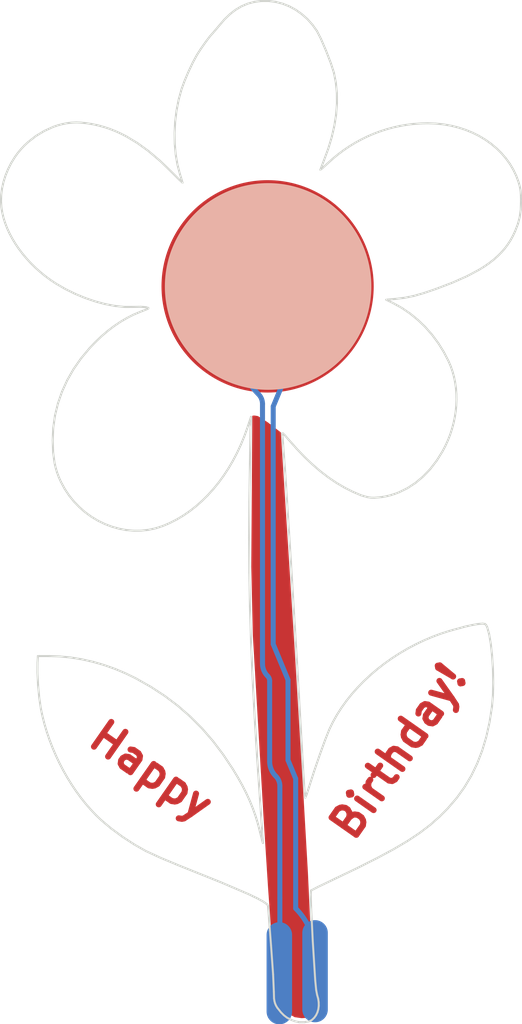
<source format=kicad_pcb>
(kicad_pcb (version 20201220) (generator pcbnew)
  (layers (0 "F.Cu" signal) (31 "B.Cu" signal) (34 "B.Paste" user) (35 "F.Paste" user) (36 "B.SilkS" user) (37 "F.SilkS" user) (38 "B.Mask" user) (39 "F.Mask" user) (44 "Edge.Cuts" user))
  (net 0 "")
  (footprint "art:flower-outline" (layer "F.Cu") (at 63.246 68.326)
    (fp_text reference "Ref**" hide)
    (fp_text value "Val**" hide)
    (fp_line (start -7.983212 -13.442403) (end -7.4604 -13.186576) (layer "Edge.Cuts") (width 0.1))
    (fp_line (start 10.532155 -34.186882) (end 10.328332 -34.008407) (layer "Edge.Cuts") (width 0.1))
    (fp_line (start -14.184961 -36.93003) (end -14.173741 -37.245677) (layer "Edge.Cuts") (width 0.1))
    (fp_line (start -3.776706 -45.135656) (end -3.64503 -45.280191) (layer "Edge.Cuts") (width 0.1))
    (fp_line (start 8.596747 -40.585218) (end 8.95106 -40.468975) (layer "Edge.Cuts") (width 0.1))
    (fp_line (start -2.642823 -24.011029) (end -2.865451 -23.632492) (layer "Edge.Cuts") (width 0.1))
    (fp_line (start -8.500912 -31.713364) (end -8.985639 -31.804608) (layer "Edge.Cuts") (width 0.1))
    (fp_line (start -0.594291 2.720859) (end -0.60285 2.392946) (layer "Edge.Cuts") (width 0.1))
    (fp_line (start -7.904087 -31.121995) (end -7.571187 -31.288568) (layer "Edge.Cuts") (width 0.1))
    (fp_line (start -7.544656 -4.927386) (end -8.135515 -5.312097) (layer "Edge.Cuts") (width 0.1))
    (fp_line (start -1.226602 -46.881061) (end -0.86689 -46.881136) (layer "Edge.Cuts") (width 0.1))
    (fp_line (start 1.411346 3.681231) (end 1.30084 3.787335) (layer "Edge.Cuts") (width 0.1))
    (fp_line (start 1.997532 -44.402274) (end 2.236092 -43.783874) (layer "Edge.Cuts") (width 0.1))
    (fp_line (start 8.497763 -7.242236) (end 8.06301 -6.736263) (layer "Edge.Cuts") (width 0.1))
    (fp_line (start -1.894004 -2.474848) (end -3.251496 -3.055453) (layer "Edge.Cuts") (width 0.1))
    (fp_line (start -4.63993 -43.815452) (end -4.43797 -44.188701) (layer "Edge.Cuts") (width 0.1))
    (fp_line (start -11.518448 -23.903798) (end -11.589935 -24.428663) (layer "Edge.Cuts") (width 0.1))
    (fp_line (start 1.629755 2.915306) (end 1.63245 3.090861) (layer "Edge.Cuts") (width 0.1))
    (fp_line (start -10.21226 -40.833659) (end -9.920705 -40.802344) (layer "Edge.Cuts") (width 0.1))
    (fp_line (start 7.8572 -29.42345) (end 8.09857 -28.955947) (layer "Edge.Cuts") (width 0.1))
    (fp_line (start 11.31924 -38.487066) (end 11.465722 -38.179456) (layer "Edge.Cuts") (width 0.1))
    (fp_line (start -0.60285 2.392946) (end -0.640366 1.532188) (layer "Edge.Cuts") (width 0.1))
    (fp_line (start -11.248384 -14.283515) (end -10.702073 -14.229321) (layer "Edge.Cuts") (width 0.1))
    (fp_line (start -9.488182 -29.916324) (end -9.182617 -30.206783) (layer "Edge.Cuts") (width 0.1))
    (fp_line (start 8.403613 -26.177327) (end 8.342409 -25.886768) (layer "Edge.Cuts") (width 0.1))
    (fp_line (start -6.86036 -31.585504) (end -6.848144 -31.603664) (layer "Edge.Cuts") (width 0.1))
    (fp_line (start -13.625311 -35.066878) (end -13.761874 -35.324379) (layer "Edge.Cuts") (width 0.1))
    (fp_line (start 1.06262 -45.9856) (end 1.316452 -45.703654) (layer "Edge.Cuts") (width 0.1))
    (fp_line (start -11.459874 -9.368805) (end -11.622186 -9.748781) (layer "Edge.Cuts") (width 0.1))
    (fp_line (start -1.395454 -5.956738) (end -1.29233 -5.556899) (layer "Edge.Cuts") (width 0.1))
    (fp_line (start 4.375188 -22.175528) (end 4.218577 -22.182041) (layer "Edge.Cuts") (width 0.1))
    (fp_line (start -12.371655 -13.473748) (end -12.36848 -13.970487) (layer "Edge.Cuts") (width 0.1))
    (fp_line (start -9.18863 -6.134875) (end -9.458815 -6.393561) (layer "Edge.Cuts") (width 0.1))
    (fp_line (start -11.7894 -14.30173) (end -11.248384 -14.283515) (layer "Edge.Cuts") (width 0.1))
    (fp_line (start -9.721204 -6.669899) (end -9.97513 -6.962662) (layer "Edge.Cuts") (width 0.1))
    (fp_line (start -3.64503 -45.280191) (end -3.33798 -45.641352) (layer "Edge.Cuts") (width 0.1))
    (fp_line (start -1.649475 -6.728197) (end -1.513918 -6.345821) (layer "Edge.Cuts") (width 0.1))
    (fp_line (start 8.060739 -25.030186) (end 7.934398 -24.753138) (layer "Edge.Cuts") (width 0.1))
    (fp_line (start -4.185108 -22.011717) (end -4.485524 -21.747549) (layer "Edge.Cuts") (width 0.1))
    (fp_line (start -12.34958 -14.30173) (end -11.7894 -14.30173) (layer "Edge.Cuts") (width 0.1))
    (fp_line (start -2.397688 -8.271574) (end -2.176233 -7.875553) (layer "Edge.Cuts") (width 0.1))
    (fp_line (start 8.170902 -25.312164) (end 8.060739 -25.030186) (layer "Edge.Cuts") (width 0.1))
    (fp_line (start 3.32933 -22.470854) (end 2.916725 -22.678983) (layer "Edge.Cuts") (width 0.1))
    (fp_line (start 5.625038 -22.445375) (end 5.406196 -22.362789) (layer "Edge.Cuts") (width 0.1))
    (fp_line (start -3.618695 -22.602443) (end -3.895935 -22.296949) (layer "Edge.Cuts") (width 0.1))
    (fp_line (start 7.170994 -5.897305) (end 6.65414 -5.504157) (layer "Edge.Cuts") (width 0.1))
    (fp_line (start 10.302553 -12.353242) (end 10.25476 -11.784281) (layer "Edge.Cuts") (width 0.1))
    (fp_line (start -0.101827 3.564049) (end -0.24804 3.417543) (layer "Edge.Cuts") (width 0.1))
    (fp_line (start 0.84456 -8.856087) (end 0.914371 -7.724286) (layer "Edge.Cuts") (width 0.1))
    (fp_line (start -12.281678 -12.235588) (end -12.34017 -12.860346) (layer "Edge.Cuts") (width 0.1))
    (fp_line (start 6.059271 -5.109349) (end 5.363297 -4.69847) (layer "Edge.Cuts") (width 0.1))
    (fp_line (start -3.994467 -44.848147) (end -3.776706 -45.135656) (layer "Edge.Cuts") (width 0.1))
    (fp_line (start 2.236092 -43.783874) (end 2.3861 -43.316947) (layer "Edge.Cuts") (width 0.1))
    (fp_line (start 8.09857 -28.955947) (end 8.205171 -28.703982) (layer "Edge.Cuts") (width 0.1))
    (fp_line (start 1.815516 -38.568219) (end 2.06485 -38.797142) (layer "Edge.Cuts") (width 0.1))
    (fp_line (start -0.86689 -46.881136) (end -0.514453 -46.837524) (layer "Edge.Cuts") (width 0.1))
    (fp_line (start 1.316452 -45.703654) (end 1.54157 -45.389592) (layer "Edge.Cuts") (width 0.1))
    (fp_line (start 2.594806 -39.254088) (end 2.873282 -39.461771) (layer "Edge.Cuts") (width 0.1))
    (fp_line (start -10.982005 -32.555491) (end -11.44718 -32.825093) (layer "Edge.Cuts") (width 0.1))
    (fp_line (start -5.536333 -39.774404) (end -5.545694 -40.322308) (layer "Edge.Cuts") (width 0.1))
    (fp_line (start 4.543128 -4.257107) (end 3.575676 -3.77085) (layer "Edge.Cuts") (width 0.1))
    (fp_line (start 1.247175 -1.920075) (end 1.33265 -0.140641) (layer "Edge.Cuts") (width 0.1))
    (fp_line (start 0.908346 3.909061) (end 0.663228 3.906883) (layer "Edge.Cuts") (width 0.1))
    (fp_line (start -3.069924 -45.956237) (end -2.793057 -46.224001) (layer "Edge.Cuts") (width 0.1))
    (fp_line (start 1.024257 -7.406907) (end 1.14351 -7.771216) (layer "Edge.Cuts") (width 0.1))
    (fp_line (start 2.06485 -38.797142) (end 2.325157 -39.032476) (layer "Edge.Cuts") (width 0.1))
    (fp_line (start 6.827405 -23.232029) (end 6.449754 -22.915883) (layer "Edge.Cuts") (width 0.1))
    (fp_line (start 2.916725 -22.678983) (end 2.511518 -22.917277) (layer "Edge.Cuts") (width 0.1))
    (fp_line (start -14.06254 -36.104756) (end -14.123994 -36.364116) (layer "Edge.Cuts") (width 0.1))
    (fp_line (start -0.543109 2.969725) (end -0.575041 2.852248) (layer "Edge.Cuts") (width 0.1))
    (fp_line (start -5.27326 -3.864579) (end -6.229055 -4.261576) (layer "Edge.Cuts") (width 0.1))
    (fp_line (start 3.454651 -39.834525) (end 3.756512 -39.999182) (layer "Edge.Cuts") (width 0.1))
    (fp_line (start -8.871265 -30.472695) (end -8.554286 -30.713943) (layer "Edge.Cuts") (width 0.1))
    (fp_line (start 11.465722 -38.179456) (end 11.58378 -37.857682) (layer "Edge.Cuts") (width 0.1))
    (fp_line (start -13.015987 -39.696977) (end -12.833614 -39.867122) (layer "Edge.Cuts") (width 0.1))
    (fp_line (start -1.74 -26.199999) (end -1.91292 -25.679761) (layer "Edge.Cuts") (width 0.1))
    (fp_line (start -8.135515 -5.312097) (end -8.700806 -5.726552) (layer "Edge.Cuts") (width 0.1))
    (fp_line (start -3.129129 -9.408676) (end -2.645 -8.681125) (layer "Edge.Cuts") (width 0.1))
    (fp_line (start -11.094581 -8.629896) (end -11.283784 -8.995434) (layer "Edge.Cuts") (width 0.1))
    (fp_line (start -1.792984 -16.754929) (end -1.824146 -18.472563) (layer "Edge.Cuts") (width 0.1))
    (fp_line (start -1.425792 -9.099021) (end -1.556999 -11.213049) (layer "Edge.Cuts") (width 0.1))
    (fp_line (start 9.767019 -9.599455) (end 9.518094 -8.955371) (layer "Edge.Cuts") (width 0.1))
    (fp_line (start 1.226532 3.832572) (end 1.133254 3.868193) (layer "Edge.Cuts") (width 0.1))
    (fp_line (start 5.654777 -14.437425) (end 6.055214 -14.672098) (layer "Edge.Cuts") (width 0.1))
    (fp_line (start -5.488053 -39.242228) (end -5.536333 -39.774404) (layer "Edge.Cuts") (width 0.1))
    (fp_line (start 6.055214 -14.672098) (end 6.467831 -14.890332) (layer "Edge.Cuts") (width 0.1))
    (fp_line (start -10.554353 -21.98786) (end -10.79895 -22.292552) (layer "Edge.Cuts") (width 0.1))
    (fp_line (start -9.996732 -21.456999) (end -10.286115 -21.708981) (layer "Edge.Cuts") (width 0.1))
    (fp_line (start 5.356944 -40.596995) (end 5.691645 -40.670016) (layer "Edge.Cuts") (width 0.1))
    (fp_line (start -0.89197 -1.871911) (end -0.906351 -1.912952) (layer "Edge.Cuts") (width 0.1))
    (fp_line (start -5.72517 -38.408494) (end -5.317614 -38.000602) (layer "Edge.Cuts") (width 0.1))
    (fp_line (start -11.770056 -10.134135) (end -11.90282 -10.52364) (layer "Edge.Cuts") (width 0.1))
    (fp_line (start 11.636463 -36.135354) (end 11.544988 -35.790051) (layer "Edge.Cuts") (width 0.1))
    (fp_line (start -0.153904 -25.381762) (end -0.175634 -25.388886) (layer "Edge.Cuts") (width 0.1))
    (fp_line (start 1.611322 -2.829065) (end 1.24135 -2.638624) (layer "Edge.Cuts") (width 0.1))
    (fp_line (start -10.286115 -21.708981) (end -10.554353 -21.98786) (layer "Edge.Cuts") (width 0.1))
    (fp_line (start 6.449754 -22.915883) (end 6.048143 -22.653054) (layer "Edge.Cuts") (width 0.1))
    (fp_line (start -2.069927 -25.240992) (end -2.244372 -24.816079) (layer "Edge.Cuts") (width 0.1))
    (fp_line (start -10.45494 -7.592555) (end -10.679495 -7.927229) (layer "Edge.Cuts") (width 0.1))
    (fp_line (start -1.97888 -7.489015) (end -1.803879 -7.107912) (layer "Edge.Cuts") (width 0.1))
    (fp_line (start -2.244372 -24.816079) (end -2.435567 -24.405825) (layer "Edge.Cuts") (width 0.1))
    (fp_line (start 5.363297 -4.69847) (end 4.543128 -4.257107) (layer "Edge.Cuts") (width 0.1))
    (fp_line (start 6.175451 -31.339655) (end 6.56647 -31.021659) (layer "Edge.Cuts") (width 0.1))
    (fp_line (start 2.511518 -22.917277) (end 2.111949 -23.187166) (layer "Edge.Cuts") (width 0.1))
    (fp_line (start -1.130817 -2.090941) (end -1.442495 -2.260296) (layer "Edge.Cuts") (width 0.1))
    (fp_line (start -6.848144 -31.603664) (end -6.861833 -31.618644) (layer "Edge.Cuts") (width 0.1))
    (fp_line (start 0.914371 -7.724286) (end 0.95905 -7.254478) (layer "Edge.Cuts") (width 0.1))
    (fp_line (start -11.118882 -40.761214) (end -10.890059 -40.805473) (layer "Edge.Cuts") (width 0.1))
    (fp_line (start -6.852825 -20.578538) (end -7.220133 -20.539629) (layer "Edge.Cuts") (width 0.1))
    (fp_line (start 6.891635 -15.091241) (end 7.32563 -15.273936) (layer "Edge.Cuts") (width 0.1))
    (fp_line (start -6.841574 -39.415925) (end -6.286127 -38.947368) (layer "Edge.Cuts") (width 0.1))
    (fp_line (start -11.283784 -8.995434) (end -11.459874 -9.368805) (layer "Edge.Cuts") (width 0.1))
    (fp_line (start 5.76229 -31.619586) (end 6.175451 -31.339655) (layer "Edge.Cuts") (width 0.1))
    (fp_line (start -10.435582 -40.842304) (end -10.21226 -40.833659) (layer "Edge.Cuts") (width 0.1))
    (fp_line (start 3.276364 -12.409095) (end 3.563676 -12.733954) (layer "Edge.Cuts") (width 0.1))
    (fp_line (start -5.545694 -40.322308) (end -5.516294 -40.87724) (layer "Edge.Cuts") (width 0.1))
    (fp_line (start 1.457135 1.835218) (end 1.505065 2.315397) (layer "Edge.Cuts") (width 0.1))
    (fp_line (start -11.584694 -25.654054) (end -11.497332 -26.264484) (layer "Edge.Cuts") (width 0.1))
    (fp_line (start -11.30792 -23.201521) (end -11.392858 -23.429299) (layer "Edge.Cuts") (width 0.1))
    (fp_line (start -1.26579 -6.783086) (end -1.425792 -9.099021) (layer "Edge.Cuts") (width 0.1))
    (fp_line (start -5.448292 -41.430498) (end -5.341845 -41.973379) (layer "Edge.Cuts") (width 0.1))
    (fp_line (start 2.43785 -3.225287) (end 1.611322 -2.829065) (layer "Edge.Cuts") (width 0.1))
    (fp_line (start 1.14351 -7.771216) (end 1.395537 -8.555423) (layer "Edge.Cuts") (width 0.1))
    (fp_line (start -7.220133 -20.539629) (end -7.588772 -20.53738) (layer "Edge.Cuts") (width 0.1))
    (fp_line (start 10.946562 -39.056174) (end 11.145724 -38.779606) (layer "Edge.Cuts") (width 0.1))
    (fp_line (start -10.493607 -32.315722) (end -10.982005 -32.555491) (layer "Edge.Cuts") (width 0.1))
    (fp_line (start 0.783582 -46.233256) (end 1.06262 -45.9856) (layer "Edge.Cuts") (width 0.1))
    (fp_line (start -5.117339 -21.285603) (end -5.44736 -21.089428) (layer "Edge.Cuts") (width 0.1))
    (fp_line (start 5.026428 -40.508185) (end 5.356944 -40.596995) (layer "Edge.Cuts") (width 0.1))
    (fp_line (start 10.134315 -11.01152) (end 9.97208 -10.284041) (layer "Edge.Cuts") (width 0.1))
    (fp_line (start -6.229055 -4.261576) (end -6.98013 -4.608291) (layer "Edge.Cuts") (width 0.1))
    (fp_line (start 10.302777 -13.651834) (end 10.317398 -12.989587) (layer "Edge.Cuts") (width 0.1))
    (fp_line (start 8.483102 -27.337155) (end 8.48817 -27.049627) (layer "Edge.Cuts") (width 0.1))
    (fp_line (start 9.78599 -15.917061) (end 9.90949 -15.899695) (layer "Edge.Cuts") (width 0.1))
    (fp_line (start 1.54157 -45.389592) (end 1.742125 -44.996172) (layer "Edge.Cuts") (width 0.1))
    (fp_line (start 7.580709 -29.866494) (end 7.8572 -29.42345) (layer "Edge.Cuts") (width 0.1))
    (fp_line (start 1.602774 2.733977) (end 1.629755 2.915306) (layer "Edge.Cuts") (width 0.1))
    (fp_line (start -11.90282 -10.52364) (end -12.019814 -10.916067) (layer "Edge.Cuts") (width 0.1))
    (fp_line (start -10.209431 -29.095113) (end -9.7878 -29.601432) (layer "Edge.Cuts") (width 0.1))
    (fp_line (start -1.442495 -2.260296) (end -1.894004 -2.474848) (layer "Edge.Cuts") (width 0.1))
    (fp_line (start -5.1481 -37.844501) (end -5.27411 -38.259875) (layer "Edge.Cuts") (width 0.1))
    (fp_line (start -8.700806 -5.726552) (end -9.18863 -6.134875) (layer "Edge.Cuts") (width 0.1))
    (fp_line (start 9.262296 -15.844262) (end 9.563211 -15.896876) (layer "Edge.Cuts") (width 0.1))
    (fp_line (start -12.019814 -10.916067) (end -12.120372 -11.31019) (layer "Edge.Cuts") (width 0.1))
    (fp_line (start -5.341845 -41.973379) (end -5.19711 -42.497182) (layer "Edge.Cuts") (width 0.1))
    (fp_line (start 0.43493 3.858606) (end 0.224457 3.774762) (layer "Edge.Cuts") (width 0.1))
    (fp_line (start 9.97208 -10.284041) (end 9.767019 -9.599455) (layer "Edge.Cuts") (width 0.1))
    (fp_line (start 0.95905 -7.254478) (end 1.024257 -7.406907) (layer "Edge.Cuts") (width 0.1))
    (fp_line (start 3.734788 -22.298598) (end 3.32933 -22.470854) (layer "Edge.Cuts") (width 0.1))
    (fp_line (start 7.500969 -24.016945) (end 7.178632 -23.59966) (layer "Edge.Cuts") (width 0.1))
    (fp_line (start -5.27411 -38.259875) (end -5.400698 -38.734485) (layer "Edge.Cuts") (width 0.1))
    (fp_line (start -1.7658 -25.61701) (end -1.74 -26.199999) (layer "Edge.Cuts") (width 0.1))
    (fp_line (start -2.505953 -46.445359) (end -2.207184 -46.621027) (layer "Edge.Cuts") (width 0.1))
    (fp_line (start -5.317614 -38.000602) (end -5.1481 -37.844501) (layer "Edge.Cuts") (width 0.1))
    (fp_line (start 0.663228 3.906883) (end 0.43501 3.858605) (layer "Edge.Cuts") (width 0.1))
    (fp_line (start 10.116919 -15.379157) (end 10.199057 -14.888102) (layer "Edge.Cuts") (width 0.1))
    (fp_line (start -12.91677 -34.07712) (end -13.116793 -34.316488) (layer "Edge.Cuts") (width 0.1))
    (fp_line (start 7.32563 -15.273936) (end 7.700103 -15.411902) (layer "Edge.Cuts") (width 0.1))
    (fp_line (start -11.462787 -23.662136) (end -11.518448 -23.903798) (layer "Edge.Cuts") (width 0.1))
    (fp_line (start -8.041244 -31.666548) (end -8.500912 -31.713364) (layer "Edge.Cuts") (width 0.1))
    (fp_line (start 8.991704 -33.185674) (end 8.288553 -32.874281) (layer "Edge.Cuts") (width 0.1))
    (fp_line (start -4.796498 -21.505244) (end -5.117339 -21.285603) (layer "Edge.Cuts") (width 0.1))
    (fp_line (start -9.7878 -29.601432) (end -9.488182 -29.916324) (layer "Edge.Cuts") (width 0.1))
    (fp_line (start -1.14536 -5.007619) (end -1.26579 -6.783086) (layer "Edge.Cuts") (width 0.1))
    (fp_line (start 11.293645 -35.192498) (end 11.172067 -34.973633) (layer "Edge.Cuts") (width 0.1))
    (fp_line (start 1.742125 -44.996172) (end 1.997532 -44.402274) (layer "Edge.Cuts") (width 0.1))
    (fp_line (start -5.19711 -42.497182) (end -5.04901 -42.90394) (layer "Edge.Cuts") (width 0.1))
    (fp_line (start 8.294672 -28.443504) (end 8.367145 -28.175549) (layer "Edge.Cuts") (width 0.1))
    (fp_line (start 1.88337 -38.937114) (end 1.71181 -38.487701) (layer "Edge.Cuts") (width 0.1))
    (fp_line (start -12.702703 -33.844827) (end -12.91677 -34.07712) (layer "Edge.Cuts") (width 0.1))
    (fp_line (start 2.532634 -42.314777) (end 2.537588 -41.788247) (layer "Edge.Cuts") (width 0.1))
    (fp_line (start 3.575676 -3.77085) (end 2.43785 -3.225287) (layer "Edge.Cuts") (width 0.1))
    (fp_line (start 2.280441 -40.117667) (end 2.104401 -39.533474) (layer "Edge.Cuts") (width 0.1))
    (fp_line (start 4.065136 -40.149083) (end 4.380007 -40.284022) (layer "Edge.Cuts") (width 0.1))
    (fp_line (start 11.40204 -35.42182) (end 11.293645 -35.192498) (layer "Edge.Cuts") (width 0.1))
    (fp_line (start -1.189764 -5.144134) (end -1.157883 -5.032334) (layer "Edge.Cuts") (width 0.1))
    (fp_line (start -0.74308 0.095314) (end -0.89197 -1.871911) (layer "Edge.Cuts") (width 0.1))
    (fp_line (start -1.895321 -46.751723) (end -1.568936 -46.838163) (layer "Edge.Cuts") (width 0.1))
    (fp_line (start -7.61629 -31.667079) (end -8.041244 -31.666548) (layer "Edge.Cuts") (width 0.1))
    (fp_line (start -9.920705 -40.802344) (end -9.632233 -40.75586) (layer "Edge.Cuts") (width 0.1))
    (fp_line (start 2.763155 -11.732274) (end 3.009192 -12.074905) (layer "Edge.Cuts") (width 0.1))
    (fp_line (start 7.271694 -30.282358) (end 7.580709 -29.866494) (layer "Edge.Cuts") (width 0.1))
    (fp_line (start -13.187369 -39.515883) (end -13.015987 -39.696977) (layer "Edge.Cuts") (width 0.1))
    (fp_line (start -9.485768 -31.937362) (end -9.991642 -32.108706) (layer "Edge.Cuts") (width 0.1))
    (fp_line (start 8.229292 -40.677353) (end 8.596747 -40.585218) (layer "Edge.Cuts") (width 0.1))
    (fp_line (start 2.539247 -11.38209) (end 2.763155 -11.732274) (layer "Edge.Cuts") (width 0.1))
    (fp_line (start -7.394257 -39.815648) (end -6.841574 -39.415925) (layer "Edge.Cuts") (width 0.1))
    (fp_line (start -10.891285 -28.016024) (end -10.577553 -28.565905) (layer "Edge.Cuts") (width 0.1))
    (fp_line (start -11.352056 -26.863099) (end -11.149746 -27.447684) (layer "Edge.Cuts") (width 0.1))
    (fp_line (start -7.588772 -20.53738) (end -7.956244 -20.570706) (layer "Edge.Cuts") (width 0.1))
    (fp_line (start -11.622186 -9.748781) (end -11.770056 -10.134135) (layer "Edge.Cuts") (width 0.1))
    (fp_line (start 9.290841 -40.329528) (end 9.614701 -40.167781) (layer "Edge.Cuts") (width 0.1))
    (fp_line (start 9.224268 -8.3494) (end 8.884503 -7.779151) (layer "Edge.Cuts") (width 0.1))
    (fp_line (start -13.116793 -34.316488) (end -13.302042 -34.561916) (layer "Edge.Cuts") (width 0.1))
    (fp_line (start 1.233284 -2.439985) (end 1.247175 -1.920075) (layer "Edge.Cuts") (width 0.1))
    (fp_line (start -13.981216 -35.844335) (end -14.06254 -36.104756) (layer "Edge.Cuts") (width 0.1))
    (fp_line (start 0.43501 3.858605) (end 0.43493 3.858606) (layer "Edge.Cuts") (width 0.1))
    (fp_line (start 1.133254 3.868193) (end 0.908346 3.909061) (layer "Edge.Cuts") (width 0.1))
    (fp_line (start -11.497332 -26.264484) (end -11.352056 -26.863099) (layer "Edge.Cuts") (width 0.1))
    (fp_line (start 1.24135 -2.638624) (end 1.233284 -2.439985) (layer "Edge.Cuts") (width 0.1))
    (fp_line (start -0.175634 -25.388886) (end -0.183916 -25.371474) (layer "Edge.Cuts") (width 0.1))
    (fp_line (start 1.685775 -9.40241) (end 1.959453 -10.156651) (layer "Edge.Cuts") (width 0.1))
    (fp_line (start -12.120372 -11.31019) (end -12.20383 -11.704781) (layer "Edge.Cuts") (width 0.1))
    (fp_line (start -7.94692 -40.148019) (end -7.394257 -39.815648) (layer "Edge.Cuts") (width 0.1))
    (fp_line (start -10.1531 -14.139826) (end -9.604095 -14.015709) (layer "Edge.Cuts") (width 0.1))
    (fp_line (start -0.433095 3.186351) (end -0.496469 3.079143) (layer "Edge.Cuts") (width 0.1))
    (fp_line (start 4.70061 -40.403791) (end 5.026428 -40.508185) (layer "Edge.Cuts") (width 0.1))
    (fp_line (start 2.411389 -40.688793) (end 2.280441 -40.117667) (layer "Edge.Cuts") (width 0.1))
    (fp_line (start -6.861833 -31.618644) (end -6.95392 -31.649269) (layer "Edge.Cuts") (width 0.1))
    (fp_line (start -3.251496 -3.055453) (end -5.27326 -3.864579) (layer "Edge.Cuts") (width 0.1))
    (fp_line (start -13.302042 -34.561916) (end -13.471791 -34.812385) (layer "Edge.Cuts") (width 0.1))
    (fp_line (start -4.853446 -43.365281) (end -4.63993 -43.815452) (layer "Edge.Cuts") (width 0.1))
    (fp_line (start -3.33798 -45.641352) (end -3.069924 -45.956237) (layer "Edge.Cuts") (width 0.1))
    (fp_line (start -0.183916 -25.371474) (end -0.17404 -25.272518) (layer "Edge.Cuts") (width 0.1))
    (fp_line (start 2.873282 -39.461771) (end 3.160069 -39.655319) (layer "Edge.Cuts") (width 0.1))
    (fp_line (start 10.26217 -14.2985) (end 10.302777 -13.651834) (layer "Edge.Cuts") (width 0.1))
    (fp_line (start 8.205171 -28.703982) (end 8.294672 -28.443504) (layer "Edge.Cuts") (width 0.1))
    (fp_line (start 4.194741 -13.352128) (end 4.536504 -13.643667) (layer "Edge.Cuts") (width 0.1))
    (fp_line (start -0.169679 -46.748757) (end 0.163924 -46.617008) (layer "Edge.Cuts") (width 0.1))
    (fp_line (start -3.895935 -22.296949) (end -4.185108 -22.011717) (layer "Edge.Cuts") (width 0.1))
    (fp_line (start 7.79195 -24.482051) (end 7.500969 -24.016945) (layer "Edge.Cuts") (width 0.1))
    (fp_line (start -5.44736 -21.089428) (end -5.785873 -20.917518) (layer "Edge.Cuts") (width 0.1))
    (fp_line (start -11.44718 -32.825093) (end -11.720549 -33.006752) (layer "Edge.Cuts") (width 0.1))
    (fp_line (start 5.182905 -22.294677) (end 4.955474 -22.241268) (layer "Edge.Cuts") (width 0.1))
    (fp_line (start 0.163924 -46.617008) (end 0.482847 -46.44445) (layer "Edge.Cuts") (width 0.1))
    (fp_line (start -6.98013 -4.608291) (end -7.544656 -4.927386) (layer "Edge.Cuts") (width 0.1))
    (fp_line (start -14.123994 -36.364116) (end -14.16485 -36.621399) (layer "Edge.Cuts") (width 0.1))
    (fp_line (start 1.959453 -10.156651) (end 2.1618 -10.662615) (layer "Edge.Cuts") (width 0.1))
    (fp_line (start 6.864553 -32.355127) (end 6.358365 -32.211661) (layer "Edge.Cuts") (width 0.1))
    (fp_line (start -8.554286 -30.713943) (end -8.23184 -30.930415) (layer "Edge.Cuts") (width 0.1))
    (fp_line (start -5.516294 -40.87724) (end -5.448292 -41.430498) (layer "Edge.Cuts") (width 0.1))
    (fp_line (start -4.485524 -21.747549) (end -4.796498 -21.505244) (layer "Edge.Cuts") (width 0.1))
    (fp_line (start 5.406196 -22.362789) (end 5.182905 -22.294677) (layer "Edge.Cuts") (width 0.1))
    (fp_line (start -1.513918 -6.345821) (end -1.395454 -5.956738) (layer "Edge.Cuts") (width 0.1))
    (fp_line (start -7.219442 -31.674442) (end -7.61629 -31.667079) (layer "Edge.Cuts") (width 0.1))
    (fp_line (start -8.677699 -20.739745) (end -9.026688 -20.873289) (layer "Edge.Cuts") (width 0.1))
    (fp_line (start 6.371531 -40.767862) (end 6.715686 -40.792273) (layer "Edge.Cuts") (width 0.1))
    (fp_line (start -9.604095 -14.015709) (end -9.057691 -13.857648) (layer "Edge.Cuts") (width 0.1))
    (fp_line (start -12.34017 -12.860346) (end -12.371655 -13.473748) (layer "Edge.Cuts") (width 0.1))
    (fp_line (start -0.906351 -1.912952) (end -0.950224 -1.962805) (layer "Edge.Cuts") (width 0.1))
    (fp_line (start 2.537588 -41.788247) (end 2.497139 -41.245953) (layer "Edge.Cuts") (width 0.1))
    (fp_line (start -9.97513 -6.962662) (end -10.21993 -7.270623) (layer "Edge.Cuts") (width 0.1))
    (fp_line (start -10.79895 -22.292552) (end -11.017408 -22.621973) (layer "Edge.Cuts") (width 0.1))
    (fp_line (start 1.567179 3.413826) (end 1.500308 3.555826) (layer "Edge.Cuts") (width 0.1))
    (fp_line (start 3.160069 -39.655319) (end 3.454651 -39.834525) (layer "Edge.Cuts") (width 0.1))
    (fp_line (start 3.756512 -39.999182) (end 4.065136 -40.149083) (layer "Edge.Cuts") (width 0.1))
    (fp_line (start 5.43247 -32.063243) (end 4.99152 -32.025493) (layer "Edge.Cuts") (width 0.1))
    (fp_line (start -2.207184 -46.621027) (end -1.895321 -46.751723) (layer "Edge.Cuts") (width 0.1))
    (fp_line (start 10.717351 -34.371849) (end 10.532155 -34.186882) (layer "Edge.Cuts") (width 0.1))
    (fp_line (start -10.21993 -7.270623) (end -10.45494 -7.592555) (layer "Edge.Cuts") (width 0.1))
    (fp_line (start -8.516519 -13.66632) (end -7.983212 -13.442403) (layer "Edge.Cuts") (width 0.1))
    (fp_line (start -7.571187 -31.288568) (end -7.2333 -31.430021) (layer "Edge.Cuts") (width 0.1))
    (fp_line (start 11.694529 -37.221839) (end 11.6996 -36.93229) (layer "Edge.Cuts") (width 0.1))
    (fp_line (start -1.157883 -5.032334) (end -1.14536 -5.007619) (layer "Edge.Cuts") (width 0.1))
    (fp_line (start 7.47605 -32.563488) (end 6.864553 -32.355127) (layer "Edge.Cuts") (width 0.1))
    (fp_line (start -10.661904 -40.832706) (end -10.435582 -40.842304) (layer "Edge.Cuts") (width 0.1))
    (fp_line (start -13.471791 -34.812385) (end -13.625311 -35.066878) (layer "Edge.Cuts") (width 0.1))
    (fp_line (start -13.4925 -39.123283) (end -13.346595 -39.324449) (layer "Edge.Cuts") (width 0.1))
    (fp_line (start 8.367145 -28.175549) (end 8.42266 -27.90115) (layer "Edge.Cuts") (width 0.1))
    (fp_line (start 3.870134 -13.048595) (end 4.194741 -13.352128) (layer "Edge.Cuts") (width 0.1))
    (fp_line (start 1.611409 3.257936) (end 1.567179 3.413826) (layer "Edge.Cuts") (width 0.1))
    (fp_line (start 10.317398 -12.989587) (end 10.302553 -12.353242) (layer "Edge.Cuts") (width 0.1))
    (fp_line (start 11.172067 -34.973633) (end 11.036219 -34.764432) (layer "Edge.Cuts") (width 0.1))
    (fp_line (start -10.679495 -7.927229) (end -10.89293 -8.273419) (layer "Edge.Cuts") (width 0.1))
    (fp_line (start 3.009192 -12.074905) (end 3.276364 -12.409095) (layer "Edge.Cuts") (width 0.1))
    (fp_line (start 9.518094 -8.955371) (end 9.224268 -8.3494) (layer "Edge.Cuts") (width 0.1))
    (fp_line (start 10.476862 -39.557775) (end 10.723145 -39.315865) (layer "Edge.Cuts") (width 0.1))
    (fp_line (start 1.30084 3.787335) (end 1.226532 3.832572) (layer "Edge.Cuts") (width 0.1))
    (fp_line (start 1.500308 3.555826) (end 1.411346 3.681231) (layer "Edge.Cuts") (width 0.1))
    (fp_line (start -13.761874 -35.324379) (end -13.880752 -35.58387) (layer "Edge.Cuts") (width 0.1))
    (fp_line (start -8.502307 -40.414523) (end -8.224101 -40.289412) (layer "Edge.Cuts") (width 0.1))
    (fp_line (start -5.04901 -42.90394) (end -4.853446 -43.365281) (layer "Edge.Cuts") (width 0.1))
    (fp_line (start 6.65414 -5.504157) (end 6.059271 -5.109349) (layer "Edge.Cuts") (width 0.1))
    (fp_line (start 4.955474 -22.241268) (end 4.72421 -22.202792) (layer "Edge.Cuts") (width 0.1))
    (fp_line (start 9.614701 -40.167781) (end 9.92125 -39.984636) (layer "Edge.Cuts") (width 0.1))
    (fp_line (start -1.91292 -25.679761) (end -2.069927 -25.240992) (layer "Edge.Cuts") (width 0.1))
    (fp_line (start -1.824146 -18.472563) (end -1.83408 -20.193906) (layer "Edge.Cuts") (width 0.1))
    (fp_line (start 6.932749 -30.66832) (end 7.271694 -30.282358) (layer "Edge.Cuts") (width 0.1))
    (fp_line (start 11.6996 -36.93229) (end 11.685115 -36.501508) (layer "Edge.Cuts") (width 0.1))
    (fp_line (start -4.235745 -44.503788) (end -3.994467 -44.848147) (layer "Edge.Cuts") (width 0.1))
    (fp_line (start 2.497139 -41.245953) (end 2.411389 -40.688793) (layer "Edge.Cuts") (width 0.1))
    (fp_line (start 10.199057 -14.888102) (end 10.26217 -14.2985) (layer "Edge.Cuts") (width 0.1))
    (fp_line (start 8.264815 -25.598035) (end 8.170902 -25.312164) (layer "Edge.Cuts") (width 0.1))
    (fp_line (start -7.956244 -20.570706) (end -8.320052 -20.638522) (layer "Edge.Cuts") (width 0.1))
    (fp_line (start -6.023829 -12.313189) (end -5.37142 -11.820452) (layer "Edge.Cuts") (width 0.1))
    (fp_line (start -9.182617 -30.206783) (end -8.871265 -30.472695) (layer "Edge.Cuts") (width 0.1))
    (fp_line (start 8.904386 -15.764337) (end 9.262296 -15.844262) (layer "Edge.Cuts") (width 0.1))
    (fp_line (start -5.785873 -20.917518) (end -6.13219 -20.770674) (layer "Edge.Cuts") (width 0.1))
    (fp_line (start 0.53482 -24.611234) (end 0.13702 -25.060523) (layer "Edge.Cuts") (width 0.1))
    (fp_line (start 2.338464 -11.025241) (end 2.539247 -11.38209) (layer "Edge.Cuts") (width 0.1))
    (fp_line (start 9.594214 -33.50401) (end 8.991704 -33.185674) (layer "Edge.Cuts") (width 0.1))
    (fp_line (start 7.460509 -40.785682) (end 7.850083 -40.744476) (layer "Edge.Cuts") (width 0.1))
    (fp_line (start -9.026688 -20.873289) (end -9.364521 -21.038069) (layer "Edge.Cuts") (width 0.1))
    (fp_line (start 0.13702 -25.060523) (end -0.056195 -25.28443) (layer "Edge.Cuts") (width 0.1))
    (fp_line (start -14.060455 -37.886334) (end -13.95996 -38.2055) (layer "Edge.Cuts") (width 0.1))
    (fp_line (start 4.380007 -40.284022) (end 4.70061 -40.403791) (layer "Edge.Cuts") (width 0.1))
    (fp_line (start 6.358365 -32.211661) (end 5.900125 -32.119046) (layer "Edge.Cuts") (width 0.1))
    (fp_line (start -0.950224 -1.962805) (end -1.130817 -2.090941) (layer "Edge.Cuts") (width 0.1))
    (fp_line (start 4.894428 -13.922321) (end 5.267517 -14.187204) (layer "Edge.Cuts") (width 0.1))
    (fp_line (start 4.064394 -22.20381) (end 3.734788 -22.298598) (layer "Edge.Cuts") (width 0.1))
    (fp_line (start -9.364521 -21.038069) (end -9.688701 -21.233) (layer "Edge.Cuts") (width 0.1))
    (fp_line (start -10.702073 -14.229321) (end -10.1531 -14.139826) (layer "Edge.Cuts") (width 0.1))
    (fp_line (start 10.104794 -33.835632) (end 9.86045 -33.667764) (layer "Edge.Cuts") (width 0.1))
    (fp_line (start -1.556999 -11.213049) (end -1.660924 -13.166295) (layer "Edge.Cuts") (width 0.1))
    (fp_line (start -4.182962 -10.708489) (end -3.640756 -10.083504) (layer "Edge.Cuts") (width 0.1))
    (fp_line (start -2.865451 -23.632492) (end -3.102765 -23.271015) (layer "Edge.Cuts") (width 0.1))
    (fp_line (start 5.900125 -32.119046) (end 5.43247 -32.063243) (layer "Edge.Cuts") (width 0.1))
    (fp_line (start 11.640719 -37.651763) (end 11.676269 -37.45074) (layer "Edge.Cuts") (width 0.1))
    (fp_line (start -11.017408 -22.621973) (end -11.20723 -22.975037) (layer "Edge.Cuts") (width 0.1))
    (fp_line (start -9.991642 -32.108706) (end -10.493607 -32.315722) (layer "Edge.Cuts") (width 0.1))
    (fp_line (start -9.688701 -21.233) (end -9.996732 -21.456999) (layer "Edge.Cuts") (width 0.1))
    (fp_line (start -11.573869 -40.624047) (end -11.347207 -40.700536) (layer "Edge.Cuts") (width 0.1))
    (fp_line (start 1.55096 2.549577) (end 1.602774 2.733977) (layer "Edge.Cuts") (width 0.1))
    (fp_line (start 8.102148 -15.543037) (end 8.904386 -15.764337) (layer "Edge.Cuts") (width 0.1))
    (fp_line (start -0.575041 2.852248) (end -0.594291 2.720859) (layer "Edge.Cuts") (width 0.1))
    (fp_line (start 10.019237 -15.730182) (end 10.116919 -15.379157) (layer "Edge.Cuts") (width 0.1))
    (fp_line (start -10.89293 -8.273419) (end -11.094581 -8.629896) (layer "Edge.Cuts") (width 0.1))
    (fp_line (start -9.063163 -40.616642) (end -8.78188 -40.523538) (layer "Edge.Cuts") (width 0.1))
    (fp_line (start -0.17404 -25.272518) (end -0.028554 -23.297861) (layer "Edge.Cuts") (width 0.1))
    (fp_line (start 8.42266 -27.90115) (end 8.461289 -27.621341) (layer "Edge.Cuts") (width 0.1))
    (fp_line (start -3.640756 -10.083504) (end -3.129129 -9.408676) (layer "Edge.Cuts") (width 0.1))
    (fp_line (start -14.131977 -37.565419) (end -14.060455 -37.886334) (layer "Edge.Cuts") (width 0.1))
    (fp_line (start 8.461289 -27.621341) (end 8.483102 -27.337155) (layer "Edge.Cuts") (width 0.1))
    (fp_line (start -0.056195 -25.28443) (end -0.153904 -25.381762) (layer "Edge.Cuts") (width 0.1))
    (fp_line (start 6.030012 -40.727041) (end 6.371531 -40.767862) (layer "Edge.Cuts") (width 0.1))
    (fp_line (start -5.400698 -38.734485) (end -5.488053 -39.242228) (layer "Edge.Cuts") (width 0.1))
    (fp_line (start -10.890059 -40.805473) (end -10.661904 -40.832706) (layer "Edge.Cuts") (width 0.1))
    (fp_line (start -6.489345 -20.655191) (end -6.852825 -20.578538) (layer "Edge.Cuts") (width 0.1))
    (fp_line (start 9.563211 -15.896876) (end 9.78599 -15.917061) (layer "Edge.Cuts") (width 0.1))
    (fp_line (start -6.286127 -38.947368) (end -5.72517 -38.408494) (layer "Edge.Cuts") (width 0.1))
    (fp_line (start 2.111949 -23.187166) (end 1.716255 -23.490077) (layer "Edge.Cuts") (width 0.1))
    (fp_line (start -6.95392 -31.649269) (end -7.219442 -31.674442) (layer "Edge.Cuts") (width 0.1))
    (fp_line (start 11.58378 -37.857682) (end 11.640719 -37.651763) (layer "Edge.Cuts") (width 0.1))
    (fp_line (start -9.3465 -40.694021) (end -9.063163 -40.616642) (layer "Edge.Cuts") (width 0.1))
    (fp_line (start -6.71913 -12.767604) (end -6.023829 -12.313189) (layer "Edge.Cuts") (width 0.1))
    (fp_line (start -11.347207 -40.700536) (end -11.118882 -40.761214) (layer "Edge.Cuts") (width 0.1))
    (fp_line (start -1.568936 -46.838163) (end -1.226602 -46.881061) (layer "Edge.Cuts") (width 0.1))
    (fp_line (start -12.017538 -40.426067) (end -11.573869 -40.624047) (layer "Edge.Cuts") (width 0.1))
    (fp_line (start 7.06196 -40.800068) (end 7.460509 -40.785682) (layer "Edge.Cuts") (width 0.1))
    (fp_line (start 1.63245 3.090861) (end 1.611409 3.257936) (layer "Edge.Cuts") (width 0.1))
    (fp_line (start 5.32958 -31.858731) (end 5.76229 -31.619586) (layer "Edge.Cuts") (width 0.1))
    (fp_line (start -11.149746 -27.447684) (end -10.891285 -28.016024) (layer "Edge.Cuts") (width 0.1))
    (fp_line (start -1.739081 -14.999881) (end -1.792984 -16.754929) (layer "Edge.Cuts") (width 0.1))
    (fp_line (start 8.95106 -40.468975) (end 9.290841 -40.329528) (layer "Edge.Cuts") (width 0.1))
    (fp_line (start 1.33265 -0.140641) (end 1.457135 1.835218) (layer "Edge.Cuts") (width 0.1))
    (fp_line (start 8.288553 -32.874281) (end 7.47605 -32.563488) (layer "Edge.Cuts") (width 0.1))
    (fp_line (start 11.145724 -38.779606) (end 11.31924 -38.487066) (layer "Edge.Cuts") (width 0.1))
    (fp_line (start 7.934398 -24.753138) (end 7.79195 -24.482051) (layer "Edge.Cuts") (width 0.1))
    (fp_line (start 9.965654 -15.84022) (end 10.019237 -15.730182) (layer "Edge.Cuts") (width 0.1))
    (fp_line (start -12.20383 -11.704781) (end -12.281678 -12.235588) (layer "Edge.Cuts") (width 0.1))
    (fp_line (start 11.676269 -37.45074) (end 11.694529 -37.221839) (layer "Edge.Cuts") (width 0.1))
    (fp_line (start -1.83408 -20.193906) (end -1.8243 -21.96008) (layer "Edge.Cuts") (width 0.1))
    (fp_line (start -0.640366 1.532188) (end -0.74308 0.095314) (layer "Edge.Cuts") (width 0.1))
    (fp_line (start 0.929452 -24.200683) (end 0.53482 -24.611234) (layer "Edge.Cuts") (width 0.1))
    (fp_line (start 7.850083 -40.744476) (end 8.229292 -40.677353) (layer "Edge.Cuts") (width 0.1))
    (fp_line (start -12.475319 -33.620626) (end -12.702703 -33.844827) (layer "Edge.Cuts") (width 0.1))
    (fp_line (start -9.057691 -13.857648) (end -8.516519 -13.66632) (layer "Edge.Cuts") (width 0.1))
    (fp_line (start -12.440561 -40.172138) (end -12.017538 -40.426067) (layer "Edge.Cuts") (width 0.1))
    (fp_line (start 11.544988 -35.790051) (end 11.40204 -35.42182) (layer "Edge.Cuts") (width 0.1))
    (fp_line (start 10.723145 -39.315865) (end 10.946562 -39.056174) (layer "Edge.Cuts") (width 0.1))
    (fp_line (start -2.176233 -7.875553) (end -1.97888 -7.489015) (layer "Edge.Cuts") (width 0.1))
    (fp_line (start -12.235347 -33.405536) (end -12.475319 -33.620626) (layer "Edge.Cuts") (width 0.1))
    (fp_line (start -1.803879 -7.107912) (end -1.649475 -6.728197) (layer "Edge.Cuts") (width 0.1))
    (fp_line (start -7.2333 -31.430021) (end -6.975512 -31.529434) (layer "Edge.Cuts") (width 0.1))
    (fp_line (start 10.25476 -11.784281) (end 10.134315 -11.01152) (layer "Edge.Cuts") (width 0.1))
    (fp_line (start 2.482173 -42.824644) (end 2.532634 -42.314777) (layer "Edge.Cuts") (width 0.1))
    (fp_line (start 8.476564 -26.759791) (end 8.448354 -26.468679) (layer "Edge.Cuts") (width 0.1))
    (fp_line (start -6.13219 -20.770674) (end -6.489345 -20.655191) (layer "Edge.Cuts") (width 0.1))
    (fp_line (start 9.86045 -33.667764) (end 9.594214 -33.50401) (layer "Edge.Cuts") (width 0.1))
    (fp_line (start -1.29233 -5.556899) (end -1.189764 -5.144134) (layer "Edge.Cuts") (width 0.1))
    (fp_line (start -14.173741 -37.245677) (end -14.131977 -37.565419) (layer "Edge.Cuts") (width 0.1))
    (fp_line (start 6.048143 -22.653054) (end 5.625038 -22.445375) (layer "Edge.Cuts") (width 0.1))
    (fp_line (start 11.036219 -34.764432) (end 10.88501 -34.564101) (layer "Edge.Cuts") (width 0.1))
    (fp_line (start 0.224457 3.774762) (end 0.050605 3.679849) (layer "Edge.Cuts") (width 0.1))
    (fp_line (start -0.24804 3.417543) (end -0.433095 3.186351) (layer "Edge.Cuts") (width 0.1))
    (fp_line (start 8.06301 -6.736263) (end 7.63292 -6.303203) (layer "Edge.Cuts") (width 0.1))
    (fp_line (start -11.392858 -23.429299) (end -11.462787 -23.662136) (layer "Edge.Cuts") (width 0.1))
    (fp_line (start 7.63292 -6.303203) (end 7.170994 -5.897305) (layer "Edge.Cuts") (width 0.1))
    (fp_line (start 2.325157 -39.032476) (end 2.594806 -39.254088) (layer "Edge.Cuts") (width 0.1))
    (fp_line (start 4.536504 -13.643667) (end 4.894428 -13.922321) (layer "Edge.Cuts") (width 0.1))
    (fp_line (start 1.322676 -23.82744) (end 0.929452 -24.200683) (layer "Edge.Cuts") (width 0.1))
    (fp_line (start 2.3861 -43.316947) (end 2.482173 -42.824644) (layer "Edge.Cuts") (width 0.1))
    (fp_line (start -13.831279 -38.519994) (end -13.675197 -38.826896) (layer "Edge.Cuts") (width 0.1))
    (fp_line (start 6.467831 -14.890332) (end 6.891635 -15.091241) (layer "Edge.Cuts") (width 0.1))
    (fp_line (start 1.505065 2.315397) (end 1.55096 2.549577) (layer "Edge.Cuts") (width 0.1))
    (fp_line (start -11.983514 -33.200572) (end -12.235347 -33.405536) (layer "Edge.Cuts") (width 0.1))
    (fp_line (start 7.178632 -23.59966) (end 6.827405 -23.232029) (layer "Edge.Cuts") (width 0.1))
    (fp_line (start -9.632233 -40.75586) (end -9.3465 -40.694021) (layer "Edge.Cuts") (width 0.1))
    (fp_line (start 4.72421 -22.202792) (end 4.375188 -22.175528) (layer "Edge.Cuts") (width 0.1))
    (fp_line (start -12.36848 -13.970487) (end -12.34958 -14.30173) (layer "Edge.Cuts") (width 0.1))
    (fp_line (start 10.88501 -34.564101) (end 10.717351 -34.371849) (layer "Edge.Cuts") (width 0.1))
    (fp_line (start -13.346595 -39.324449) (end -13.187369 -39.515883) (layer "Edge.Cuts") (width 0.1))
    (fp_line (start 0.566093 -13.713915) (end 0.84456 -8.856087) (layer "Edge.Cuts") (width 0.1))
    (fp_line (start 10.328332 -34.008407) (end 10.104794 -33.835632) (layer "Edge.Cuts") (width 0.1))
    (fp_line (start -2.645 -8.681125) (end -2.397688 -8.271574) (layer "Edge.Cuts") (width 0.1))
    (fp_line (start -2.435567 -24.405825) (end -2.642823 -24.011029) (layer "Edge.Cuts") (width 0.1))
    (fp_line (start 9.90949 -15.899695) (end 9.965654 -15.84022) (layer "Edge.Cuts") (width 0.1))
    (fp_line (start -13.95996 -38.2055) (end -13.831279 -38.519994) (layer "Edge.Cuts") (width 0.1))
    (fp_line (start -4.43797 -44.188701) (end -4.235745 -44.503788) (layer "Edge.Cuts") (width 0.1))
    (fp_line (start -1.8243 -21.96008) (end -1.7658 -25.61701) (layer "Edge.Cuts") (width 0.1))
    (fp_line (start -10.577553 -28.565905) (end -10.209431 -29.095113) (layer "Edge.Cuts") (width 0.1))
    (fp_line (start 4.218577 -22.182041) (end 4.064394 -22.20381) (layer "Edge.Cuts") (width 0.1))
    (fp_line (start -11.720549 -33.006752) (end -11.983514 -33.200572) (layer "Edge.Cuts") (width 0.1))
    (fp_line (start 8.448354 -26.468679) (end 8.403613 -26.177327) (layer "Edge.Cuts") (width 0.1))
    (fp_line (start 8.48817 -27.049627) (end 8.476564 -26.759791) (layer "Edge.Cuts") (width 0.1))
    (fp_line (start 6.56647 -31.021659) (end 6.932749 -30.66832) (layer "Edge.Cuts") (width 0.1))
    (fp_line (start 5.691645 -40.670016) (end 6.030012 -40.727041) (layer "Edge.Cuts") (width 0.1))
    (fp_line (start -7.4604 -13.186576) (end -6.71913 -12.767604) (layer "Edge.Cuts") (width 0.1))
    (fp_line (start 5.267517 -14.187204) (end 5.654777 -14.437425) (layer "Edge.Cuts") (width 0.1))
    (fp_line (start 0.482847 -46.44445) (end 0.783582 -46.233256) (layer "Edge.Cuts") (width 0.1))
    (fp_line (start -0.028554 -23.297861) (end 0.246606 -18.986417) (layer "Edge.Cuts") (width 0.1))
    (fp_line (start 1.71181 -38.487701) (end 1.815516 -38.568219) (layer "Edge.Cuts") (width 0.1))
    (fp_line (start -3.102765 -23.271015) (end -3.354076 -22.927398) (layer "Edge.Cuts") (width 0.1))
    (fp_line (start -2.793057 -46.224001) (end -2.505953 -46.445359) (layer "Edge.Cuts") (width 0.1))
    (fp_line (start -1.660924 -13.166295) (end -1.739081 -14.999881) (layer "Edge.Cuts") (width 0.1))
    (fp_line (start -13.675197 -38.826896) (end -13.4925 -39.123283) (layer "Edge.Cuts") (width 0.1))
    (fp_line (start 2.1618 -10.662615) (end 2.338464 -11.025241) (layer "Edge.Cuts") (width 0.1))
    (fp_line (start 0.43493 3.858606) (end 0.43493 3.858606) (layer "Edge.Cuts") (width 0.1))
    (fp_line (start -8.23184 -30.930415) (end -7.904087 -31.121995) (layer "Edge.Cuts") (width 0.1))
    (fp_line (start 6.715686 -40.792273) (end 7.06196 -40.800068) (layer "Edge.Cuts") (width 0.1))
    (fp_line (start 8.342409 -25.886768) (end 8.264815 -25.598035) (layer "Edge.Cuts") (width 0.1))
    (fp_line (start -13.880752 -35.58387) (end -13.981216 -35.844335) (layer "Edge.Cuts") (width 0.1))
    (fp_line (start 4.99152 -32.025493) (end 5.32958 -31.858731) (layer "Edge.Cuts") (width 0.1))
    (fp_line (start -3.354076 -22.927398) (end -3.618695 -22.602443) (layer "Edge.Cuts") (width 0.1))
    (fp_line (start -14.16485 -36.621399) (end -14.184961 -36.93003) (layer "Edge.Cuts") (width 0.1))
    (fp_line (start -8.985639 -31.804608) (end -9.485768 -31.937362) (layer "Edge.Cuts") (width 0.1))
    (fp_line (start -5.37142 -11.820452) (end -4.758824 -11.286512) (layer "Edge.Cuts") (width 0.1))
    (fp_line (start -0.496469 3.079143) (end -0.543109 2.969725) (layer "Edge.Cuts") (width 0.1))
    (fp_line (start -11.61326 -25.034022) (end -11.584694 -25.654054) (layer "Edge.Cuts") (width 0.1))
    (fp_line (start 0.050605 3.679849) (end -0.101827 3.564049) (layer "Edge.Cuts") (width 0.1))
    (fp_line (start 2.104401 -39.533474) (end 1.88337 -38.937114) (layer "Edge.Cuts") (width 0.1))
    (fp_line (start -0.514453 -46.837524) (end -0.169679 -46.748757) (layer "Edge.Cuts") (width 0.1))
    (fp_line (start 9.92125 -39.984636) (end 10.2091 -39.781) (layer "Edge.Cuts") (width 0.1))
    (fp_line (start 10.2091 -39.781) (end 10.476862 -39.557775) (layer "Edge.Cuts") (width 0.1))
    (fp_line (start -6.975512 -31.529434) (end -6.86036 -31.585504) (layer "Edge.Cuts") (width 0.1))
    (fp_line (start 0.246606 -18.986417) (end 0.566093 -13.713915) (layer "Edge.Cuts") (width 0.1))
    (fp_line (start -9.458815 -6.393561) (end -9.721204 -6.669899) (layer "Edge.Cuts") (width 0.1))
    (fp_line (start -4.758824 -11.286512) (end -4.182962 -10.708489) (layer "Edge.Cuts") (width 0.1))
    (fp_line (start 1.395537 -8.555423) (end 1.685775 -9.40241) (layer "Edge.Cuts") (width 0.1))
    (fp_line (start -11.589935 -24.428663) (end -11.61326 -25.034022) (layer "Edge.Cuts") (width 0.1))
    (fp_line (start -11.20723 -22.975037) (end -11.30792 -23.201521) (layer "Edge.Cuts") (width 0.1))
    (fp_line (start -12.833614 -39.867122) (end -12.440561 -40.172138) (layer "Edge.Cuts") (width 0.1))
    (fp_line (start 7.700103 -15.411902) (end 8.102148 -15.543037) (layer "Edge.Cuts") (width 0.1))
    (fp_line (start 3.563676 -12.733954) (end 3.870134 -13.048595) (layer "Edge.Cuts") (width 0.1))
    (fp_line (start 8.884503 -7.779151) (end 8.497763 -7.242236) (layer "Edge.Cuts") (width 0.1))
    (fp_line (start 1.716255 -23.490077) (end 1.322676 -23.82744) (layer "Edge.Cuts") (width 0.1))
    (fp_line (start -8.320052 -20.638522) (end -8.677699 -20.739745) (layer "Edge.Cuts") (width 0.1))
    (fp_line (start -8.224101 -40.289412) (end -7.94692 -40.148019) (layer "Edge.Cuts") (width 0.1))
    (fp_line (start -8.78188 -40.523538) (end -8.502307 -40.414523) (layer "Edge.Cuts") (width 0.1))
    (fp_line (start 11.685115 -36.501508) (end 11.636463 -36.135354) (layer "Edge.Cuts") (width 0.1))
  )
  (footprint "touch:Touch_Pad_10x10mm" (layer "B.Cu") (at 63.246 69.6214)
    (fp_text reference "REF**" hide)
    (fp_text value "Touch_Pad_10.0x10.0mm" hide)
    (pad "1" smd oval (at -0.3302 0.1778) (size 1.27 5.08) (layers "B.Cu" "B.Mask"))
  )
  (footprint "hex-smd-challenge-fp:testPad" (layer "B.Cu") (at 62.4332 38.5826)
    (fp_text reference "PG4" hide)
    (fp_text value "CONN_01X01")
    (pad "1" smd oval (at 0 0 270) (size 1 2) (layers "B.Cu" "B.Paste" "B.Mask"))
  )
  (footprint "digikey-footprints:1206" (layer "B.Cu") (at 62.5 35.5)
    (fp_text reference "REF**" hide)
    (fp_text value "1206" hide)
    (pad "1" smd roundrect (at -1.8 0) (size 1.5 1.8) (layers "B.Cu" "B.Paste" "B.Mask"))
    (pad "2" smd roundrect (at 1.8 0) (size 1.5 1.8) (layers "B.Cu" "B.Paste" "B.Mask"))
  )
  (footprint "touch:Touch_Pad_10x10mm" (layer "B.Cu") (at 65.024 69.5198)
    (fp_text reference "REF**" hide)
    (fp_text value "Touch_Pad_10.0x10.0mm" hide)
    (pad "1" smd oval (at -0.3302 0.1778) (size 1.27 5.08) (layers "B.Cu" "B.Mask"))
  )
  (gr_circle (center 62.3316 35.6362) (end 67.5132 35.6108) (layer "F.Cu") (width 0.2) (fill solid))
  (gr_circle (center 62.357 35.642289) (end 67.437 35.642289) (layer "B.SilkS") (width 0.12) (fill solid))
  (gr_text "Happy" (at 56.5658 59.7154 325) (layer "F.Cu") (effects (font (size 1.5 1.5) (thickness 0.3))))
  (gr_text "Birthday!\n" (at 68.834 58.7502 55) (layer "F.Cu") (effects (font (size 1.5 1.5) (thickness 0.3))))
  (segment (start 63.7286 60.119247) (end 63.7286 66.5734) (width 0.25) (layer "B.Cu") (net 0))
  (segment (start 62.611 41.610615) (end 62.611 53.430022) (width 0.25) (layer "B.Cu") (net 0))
  (segment (start 62.4332 55.261684) (end 62.4332 57.8612) (width 0.25) (layer "B.Cu") (net 0))
  (segment (start 63.3476 59.199432) (end 63.7286 60.119247) (width 0.25) (layer "B.Cu") (net 0))
  (segment (start 62.0776 54.2036) (end 62.0776 54.40319) (width 0.25) (layer "B.Cu") (net 0))
  (segment (start 62.0776 41.486168) (end 62.0776 54.2036) (width 0.25) (layer "B.Cu") (net 0))
  (segment (start 63.3476 55.208331) (end 63.3476 59.199432) (width 0.25) (layer "B.Cu") (net 0))
  (segment (start 60.7 35.5) (end 60.7 38.160348) (width 0.25) (layer "B.Cu") (net 0))
  (segment (start 62.9412 60.485368) (end 62.9412 64.8208) (width 0.25) (layer "B.Cu") (net 0))
  (segment (start 64.6938 68.903598) (end 64.6938 69.6976) (width 0.25) (layer "B.Cu") (net 0))
  (segment (start 62.4332 57.8612) (end 62.4332 59.258948) (width 0.25) (layer "B.Cu") (net 0))
  (segment (start 62.9412 66.0654) (end 62.9412 69.737879) (width 0.25) (layer "B.Cu") (net 0))
  (segment (start 64.3 37.533009) (end 62.611 41.610615) (width 0.25) (layer "B.Cu") (net 0))
  (segment (start 64.3 35.5) (end 64.3 37.533009) (width 0.25) (layer "B.Cu") (net 0))
  (segment (start 62.611 53.430022) (end 63.3476 55.208331) (width 0.25) (layer "B.Cu") (net 0))
  (segment (start 62.9412 64.8208) (end 62.9412 66.0654) (width 0.25) (layer "B.Cu") (net 0))
  (arc (start 63.7286 66.5734) (mid 64.442952 67.642503) (end 64.6938 68.903598) (width 0.25) (layer "B.Cu") (net 0))
  (arc (start 62.3316 55.0164) (mid 62.406794 55.128936) (end 62.4332 55.261684) (width 0.25) (layer "B.Cu") (net 0))
  (arc (start 60.7 38.160348) (mid 61.005215 39.694775) (end 61.8744 40.9956) (width 0.25) (layer "B.Cu") (net 0))
  (arc (start 62.9412 69.737879) (mid 62.934599 69.771064) (end 62.9158 69.7992) (width 0.25) (layer "B.Cu") (net 0))
  (arc (start 62.0776 54.40319) (mid 62.143611 54.735056) (end 62.3316 55.0164) (width 0.25) (layer "B.Cu") (net 0))
  (arc (start 62.738 59.9948) (mid 62.888389 60.219874) (end 62.9412 60.485368) (width 0.25) (layer "B.Cu") (net 0))
  (arc (start 61.8744 40.9956) (mid 62.024789 41.220674) (end 62.0776 41.486168) (width 0.25) (layer "B.Cu") (net 0))
  (arc (start 62.4332 59.258948) (mid 62.512414 59.657188) (end 62.738 59.9948) (width 0.25) (layer "B.Cu") (net 0))
  (zone (net 0) (net_name "") (layer "F.Cu") (connect_pads (clearance 0.0254)) (min_thickness 0.0254) (fill yes (thermal_gap 0.0254) (thermal_bridge_width 0.0254))
    (polygon (pts (xy 61.849 42.0878) (xy 62.3316 42.3926) (xy 62.992 42.9006) (xy 63.6778 53.6702) (xy 64.1096 60.833) (xy 64.3382 64.7954) (xy 64.5922 70.231) (xy 64.643 70.6374) (xy 64.7954 71.2978) (xy 64.7446 71.6026) (xy 64.5668 71.8566) (xy 64.3636 72.009) (xy 64.0334 72.0344) (xy 63.6778 71.9836) (xy 63.2714 71.755) (xy 62.8904 71.3486) (xy 62.7888 70.9422) (xy 62.738 70.8152) (xy 62.357 65.5828) (xy 62.1284 62.0268) (xy 61.595 52.959) (xy 61.5188 49.5808) (xy 61.5696 42.0878) (xy 61.595 42.0624) (xy 61.6966 42.0624)))
  )
)
</source>
